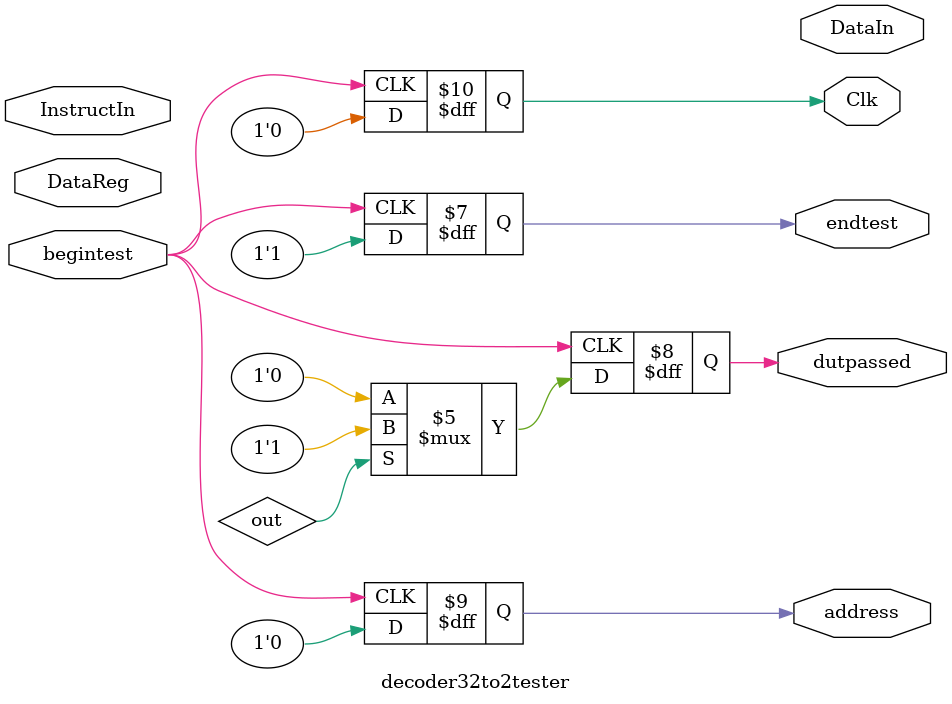
<source format=v>
`include "decoder.v"
module testdec1to32();

wire  [31:0]  out;
wire  enable;
wire [4:0] address;

  reg		begintest;	// Set High to begin testing register file
  wire		dutpassed;	// Indicates whether register file passed tests
  wire		Clk;		// Clock (Positive Edge Triggered)

decoder1to32 DUT(out, enable, address);
decoder1to32tester TEST(begintest, endtest, dutpassed, out, enable, address, Clk);

  initial begin
    begintest=0;
    #10;
    begintest=1;
    #1000;
  end
  // Display test results ('dutpassed' signal) once 'endtest' goes high
  always @(posedge endtest) begin
    $display("Dec 1:32 DUT passed?: %b", dutpassed);
  end
endmodule

module decoder1to32tester(
input	   		begintest,	// Triggers start of testing
output reg 		endtest,	// Raise once test completes
output reg 		dutpassed,	// Signal test result

input [31:0]  out,
output reg enable,
output reg [4:0] address,
output reg		Clk
);

initial begin
//out = 32'b0;
enable = 0;
address = 5'b0;
Clk = 0;
end

   always @(posedge begintest) begin
    endtest = 0;
    dutpassed = 1;
    #10
    
    address = 00000;
    enable = 1;
    #5 Clk=1; #5 Clk=0;	// Generate single clock pulse
    
    if(out != 32'b001) begin
    dutpassed = 0;	// Set to 'false' on failure
    $display("Test Case 1 Failed");
  end
       #5
  endtest = 1; 
    end
endmodule

module testdec32to2();
wire [31:0]	InstructIn;
wire [31:0]	DataReg;
wire			address; // address - where does DataIn go?
wire [31:0]	DataIn;

  reg		begintest;	// Set High to begin testing register file
  wire		dutpassed;	// Indicates whether register file passed tests
  wire		Clk;		// Clock (Positive Edge Triggered)

decoder32to2 DUT(InstructIn, DataReg, address, DataIn);
decoder32to2tester TEST(begintest, endtest, dutpassed, InstructIn, DataReg, address, DataIn, Clk);

  initial begin
    begintest=0;
    #10;
    begintest=1;
    #1000;
  end
  // Display test results ('dutpassed' signal) once 'endtest' goes high
  always @(posedge endtest) begin
    $display("Dec 32:2 DUT passed?: %b", dutpassed);
  end
endmodule

module decoder32to2tester(
input	   		begintest,	// Triggers start of testing
output reg 		endtest,	// Raise once test completes
output reg 		dutpassed,	// Signal test result

input [31:0]	InstructIn,
input [31:0]	DataReg,
output reg		address, // address - where does DataIn go?
output reg [31:0]	DataIn,
output reg Clk
);

initial begin
//out = 32'b0;
address = 0;
address = 5'b0;
Clk = 0;
end

   always @(posedge begintest) begin
    endtest = 0;
    dutpassed = 1;
    #10
    
    address = 00000;
    enable = 1;
    #5 Clk=1; #5 Clk=0;	// Generate single clock pulse
    
    if(out != 32'b001) begin
    dutpassed = 0;	// Set to 'false' on failure
    $display("Test Case 1 Failed");
  end
       #5
  endtest = 1; 
    end
endmodule


</source>
